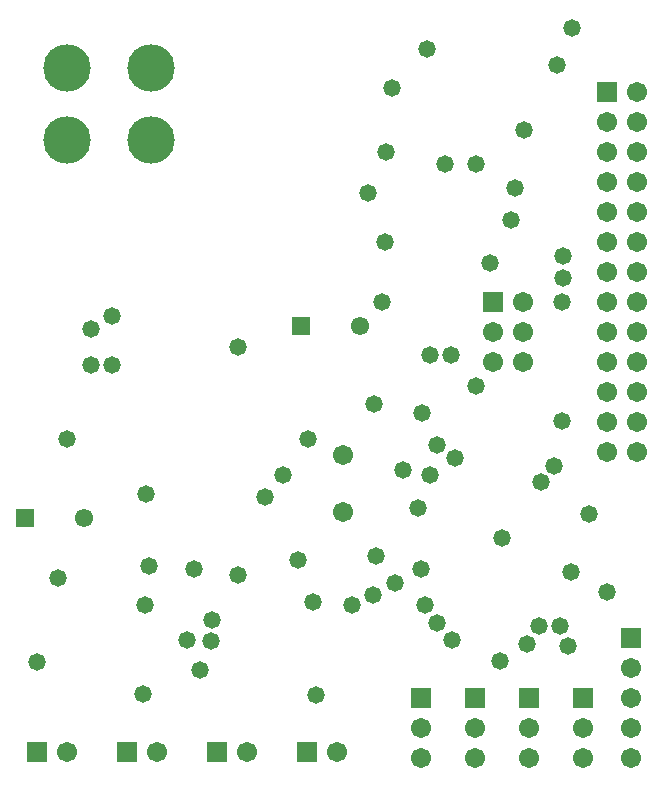
<source format=gbs>
%FSTAX23Y23*%
%MOIN*%
%SFA1B1*%

%IPPOS*%
%ADD64C,0.067060*%
%ADD65R,0.067060X0.067060*%
%ADD66C,0.061150*%
%ADD67R,0.061150X0.061150*%
%ADD68C,0.067060*%
%ADD69R,0.067060X0.067060*%
%ADD70C,0.158000*%
%ADD71C,0.058000*%
%LNrazbot_v02-1*%
%LPD*%
G54D64*
X021Y011D03*
X02D03*
X021Y012D03*
X02D03*
X021Y013D03*
X02D03*
X021Y014D03*
X02D03*
X021Y015D03*
X02D03*
X021Y016D03*
X02D03*
X021Y017D03*
X02D03*
X021Y018D03*
X02D03*
X021Y019D03*
X02D03*
X021Y02D03*
X02D03*
X021Y021D03*
X02D03*
X021Y022D03*
X02D03*
X021Y023D03*
X0138Y0008D03*
Y0018D03*
X0174Y0008D03*
Y0018D03*
X0192Y0008D03*
Y0018D03*
X0156Y0008D03*
Y0018D03*
X0172Y014D03*
X0162D03*
X0172Y015D03*
X0162D03*
X0172Y016D03*
X011Y001D03*
X008D03*
X005D03*
X002D03*
X0208Y0038D03*
Y0028D03*
Y0018D03*
Y0008D03*
G54D65*
X02Y023D03*
X0138Y0028D03*
X0174D03*
X0192D03*
X0156D03*
X0162Y016D03*
X0208Y0048D03*
G54D66*
X01178Y0152D03*
X00258Y0088D03*
G54D67*
X00981Y0152D03*
X00061Y0088D03*
G54D68*
X0112Y009D03*
Y01092D03*
G54D69*
X01Y001D03*
X007D03*
X004D03*
X001D03*
G54D70*
X002Y0238D03*
Y0214D03*
X0048Y0238D03*
Y0214D03*
G54D71*
X01835Y0239D03*
X02Y00635D03*
X0185Y016D03*
X014Y02445D03*
X0161Y0173D03*
X01725Y02175D03*
X01565Y0206D03*
X0146D03*
X01205Y01965D03*
X01265Y021D03*
X01695Y0198D03*
X0168Y01875D03*
X01885Y02515D03*
X002Y01145D03*
X0077Y0145D03*
X0035Y01555D03*
Y0139D03*
X0028D03*
Y0151D03*
X0126Y018D03*
X00645Y00375D03*
X01285Y02315D03*
X0138Y0071D03*
X0086Y0095D03*
X0046Y0059D03*
X0097Y0074D03*
X00625Y0071D03*
X0017Y0068D03*
X001Y004D03*
X0103Y0029D03*
X00455Y00295D03*
X0077Y0069D03*
X006Y00475D03*
X0068Y0047D03*
X01485Y00475D03*
X01435Y0053D03*
X0102Y006D03*
X01395Y0059D03*
X00685Y0054D03*
X00475Y0072D03*
X0194Y00895D03*
X01825Y01055D03*
X01645Y00405D03*
X0188Y007D03*
X0187Y00455D03*
X0178Y01D03*
X0132Y0104D03*
X0122Y00625D03*
X0115Y0059D03*
X01295Y00665D03*
X01845Y0052D03*
X01735Y0046D03*
X01775Y0052D03*
X0123Y00755D03*
X0165Y00815D03*
X0137Y00915D03*
X01385Y0123D03*
X01225Y0126D03*
X01435Y01125D03*
X01495Y0108D03*
X00465Y0096D03*
X0141Y01025D03*
X0185Y01205D03*
X01565Y0132D03*
X0141Y01425D03*
X0148D03*
X01855Y0168D03*
Y01755D03*
X0125Y016D03*
X0092Y01025D03*
X01005Y01145D03*
M02*
</source>
